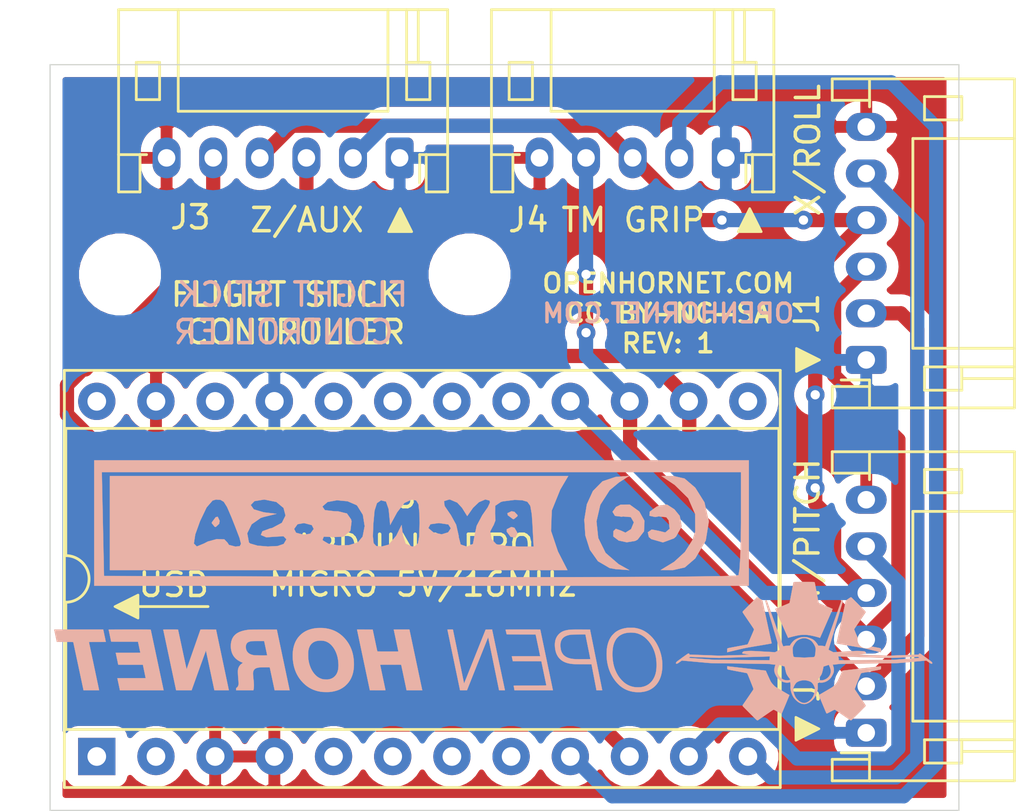
<source format=kicad_pcb>
(kicad_pcb (version 20171130) (host pcbnew "(5.1.9)-1")
  (layers (0 F.Cu signal) (31 B.Cu signal) (34 B.Paste user) (35 F.Paste user) (36 B.SilkS user) (37 F.SilkS user) (38 B.Mask user) (39 F.Mask user) (44 Edge.Cuts user))
  (net 0 "")
  (net 1 GND)
  (net 2 /CSx)
  (net 3 /SCK)
  (net 4 /MOSI)
  (net 5 /MISO)
  (net 6 +5V)
  (net 7 /CSy)
  (net 8 /CSz)
  (net 9 "Net-(U1-Pad24)")
  (net 10 "Net-(U1-Pad22)")
  (net 11 "Net-(U1-Pad20)")
  (net 12 "Net-(U1-Pad13)")
  (net 13 "Net-(U1-Pad8)")
  (net 14 "Net-(U1-Pad7)")
  (net 15 "Net-(U1-Pad6)")
  (net 16 "Net-(U1-Pad5)")
  (net 17 "Net-(U1-Pad2)")
  (net 18 "Net-(U1-Pad1)")
  (net 19 /CSg)
  (net 20 "Net-(U1-Pad19)")
  (net 21 "Net-(U1-Pad18)")
  (net 22 "Net-(U1-Pad17)")
  (module Package_DIP:DIP-24_W15.24mm_Socket (layer F.Cu) (at 111.98 83.018 90)
    (fp_text reference U1 (at 11.176 13.716 180) (layer F.SilkS))
    (fp_text value ProMicro)
    (pad 1 thru_hole rect (at 0 0 90) (size 1.6 1.6) (drill 0.8) (layers *.Cu *.Mask) (net 18 "Net-(U1-Pad1)"))
    (pad 13 thru_hole oval (at 15.24 27.94 90) (size 1.6 1.6) (drill 0.8) (layers *.Cu *.Mask) (net 12 "Net-(U1-Pad13)"))
    (pad 2 thru_hole oval (at 0 2.54 90) (size 1.6 1.6) (drill 0.8) (layers *.Cu *.Mask) (net 17 "Net-(U1-Pad2)"))
    (pad 14 thru_hole oval (at 15.24 25.4 90) (size 1.6 1.6) (drill 0.8) (layers *.Cu *.Mask) (net 4 /MOSI))
    (pad 3 thru_hole oval (at 0 5.08 90) (size 1.6 1.6) (drill 0.8) (layers *.Cu *.Mask) (net 1 GND))
    (pad 15 thru_hole oval (at 15.24 22.86 90) (size 1.6 1.6) (drill 0.8) (layers *.Cu *.Mask) (net 5 /MISO))
    (pad 4 thru_hole oval (at 0 7.62 90) (size 1.6 1.6) (drill 0.8) (layers *.Cu *.Mask) (net 1 GND))
    (pad 16 thru_hole oval (at 15.24 20.32 90) (size 1.6 1.6) (drill 0.8) (layers *.Cu *.Mask) (net 3 /SCK))
    (pad 5 thru_hole oval (at 0 10.16 90) (size 1.6 1.6) (drill 0.8) (layers *.Cu *.Mask) (net 16 "Net-(U1-Pad5)"))
    (pad 17 thru_hole oval (at 15.24 17.78 90) (size 1.6 1.6) (drill 0.8) (layers *.Cu *.Mask) (net 22 "Net-(U1-Pad17)"))
    (pad 6 thru_hole oval (at 0 12.7 90) (size 1.6 1.6) (drill 0.8) (layers *.Cu *.Mask) (net 15 "Net-(U1-Pad6)"))
    (pad 18 thru_hole oval (at 15.24 15.24 90) (size 1.6 1.6) (drill 0.8) (layers *.Cu *.Mask) (net 21 "Net-(U1-Pad18)"))
    (pad 7 thru_hole oval (at 0 15.24 90) (size 1.6 1.6) (drill 0.8) (layers *.Cu *.Mask) (net 14 "Net-(U1-Pad7)"))
    (pad 19 thru_hole oval (at 15.24 12.7 90) (size 1.6 1.6) (drill 0.8) (layers *.Cu *.Mask) (net 20 "Net-(U1-Pad19)"))
    (pad 8 thru_hole oval (at 0 17.78 90) (size 1.6 1.6) (drill 0.8) (layers *.Cu *.Mask) (net 13 "Net-(U1-Pad8)"))
    (pad 20 thru_hole oval (at 15.24 10.16 90) (size 1.6 1.6) (drill 0.8) (layers *.Cu *.Mask) (net 11 "Net-(U1-Pad20)"))
    (pad 9 thru_hole oval (at 0 20.32 90) (size 1.6 1.6) (drill 0.8) (layers *.Cu *.Mask) (net 19 /CSg))
    (pad 21 thru_hole oval (at 15.24 7.62 90) (size 1.6 1.6) (drill 0.8) (layers *.Cu *.Mask) (net 6 +5V))
    (pad 10 thru_hole oval (at 0 22.86 90) (size 1.6 1.6) (drill 0.8) (layers *.Cu *.Mask) (net 8 /CSz))
    (pad 22 thru_hole oval (at 15.24 5.08 90) (size 1.6 1.6) (drill 0.8) (layers *.Cu *.Mask) (net 10 "Net-(U1-Pad22)"))
    (pad 11 thru_hole oval (at 0 25.4 90) (size 1.6 1.6) (drill 0.8) (layers *.Cu *.Mask) (net 7 /CSy))
    (pad 23 thru_hole oval (at 15.24 2.54 90) (size 1.6 1.6) (drill 0.8) (layers *.Cu *.Mask) (net 1 GND))
    (pad 12 thru_hole oval (at 0 27.94 90) (size 1.6 1.6) (drill 0.8) (layers *.Cu *.Mask) (net 2 /CSx))
    (pad 24 thru_hole oval (at 15.24 0 90) (size 1.6 1.6) (drill 0.8) (layers *.Cu *.Mask) (net 9 "Net-(U1-Pad24)"))
  )
  (module "KiCAD Libraries:CC-BY-NC-SA-Small" (layer B.Cu) (at 126 73 180)
    (fp_text reference LOGO2 hide)
    (fp_text value OpenHornetLogoSmall hide)
  )
  (module "KiCAD Libraries:OH_LOGO_37.7mm_5.9mm" (layer B.Cu) (at 129 78.5 180)
    (fp_text reference LOGO1 hide)
    (fp_text value OpenHornetLogoSmall hide)
  )
  (module Connector_JST:JST_PH_S5B-PH-K_1x05_P2.00mm_Horizontal (layer F.Cu) (at 138.976 57.33 180)
    (fp_text reference J4 (at 8.476 -2.67) (layer F.SilkS))
    (fp_text value "TM GRIP" (at 3.976 -2.67) (layer F.SilkS))
    (pad 5 thru_hole oval (at 8 0 180) (size 1.2 1.75) (drill 0.75) (layers *.Cu *.Mask) (net 1 GND))
    (pad 4 thru_hole oval (at 6 0 180) (size 1.2 1.75) (drill 0.75) (layers *.Cu *.Mask) (net 5 /MISO))
    (pad 3 thru_hole oval (at 4 0 180) (size 1.2 1.75) (drill 0.75) (layers *.Cu *.Mask) (net 3 /SCK))
    (pad 2 thru_hole oval (at 2 0 180) (size 1.2 1.75) (drill 0.75) (layers *.Cu *.Mask) (net 19 /CSg))
    (pad 1 thru_hole roundrect (at 0 0 180) (size 1.2 1.75) (drill 0.75) (layers *.Cu *.Mask) (roundrect_rratio 0.2083325) (net 6 +5V))
  )
  (module Connector_JST:JST_PH_S6B-PH-K_1x06_P2.00mm_Horizontal (layer F.Cu) (at 124.976 57.33 180)
    (fp_text reference J3 (at 8.976 -2.55) (layer F.SilkS))
    (fp_text value Z/AUX (at 3.976 -2.67) (layer F.SilkS))
    (pad 6 thru_hole oval (at 10 0 180) (size 1.2 1.75) (drill 0.75) (layers *.Cu *.Mask) (net 1 GND))
    (pad 5 thru_hole oval (at 8 0 180) (size 1.2 1.75) (drill 0.75) (layers *.Cu *.Mask) (net 8 /CSz))
    (pad 4 thru_hole oval (at 6 0 180) (size 1.2 1.75) (drill 0.75) (layers *.Cu *.Mask) (net 3 /SCK))
    (pad 3 thru_hole oval (at 4 0 180) (size 1.2 1.75) (drill 0.75) (layers *.Cu *.Mask) (net 4 /MOSI))
    (pad 2 thru_hole oval (at 2 0 180) (size 1.2 1.75) (drill 0.75) (layers *.Cu *.Mask) (net 5 /MISO))
    (pad 1 thru_hole roundrect (at 0 0 180) (size 1.2 1.75) (drill 0.75) (layers *.Cu *.Mask) (roundrect_rratio 0.2083325) (net 6 +5V))
  )
  (module Connector_JST:JST_PH_S6B-PH-K_1x06_P2.00mm_Horizontal (layer F.Cu) (at 145 82 90)
    (fp_text reference J2 (at 2.17 -2.524 90) (layer F.SilkS))
    (fp_text value Y/PITCH (at 8.67 -2.524 90) (layer F.SilkS))
    (pad 6 thru_hole oval (at 10 0 90) (size 1.2 1.75) (drill 0.75) (layers *.Cu *.Mask) (net 1 GND))
    (pad 5 thru_hole oval (at 8 0 90) (size 1.2 1.75) (drill 0.75) (layers *.Cu *.Mask) (net 7 /CSy))
    (pad 4 thru_hole oval (at 6 0 90) (size 1.2 1.75) (drill 0.75) (layers *.Cu *.Mask) (net 3 /SCK))
    (pad 3 thru_hole oval (at 4 0 90) (size 1.2 1.75) (drill 0.75) (layers *.Cu *.Mask) (net 4 /MOSI))
    (pad 2 thru_hole oval (at 2 0 90) (size 1.2 1.75) (drill 0.75) (layers *.Cu *.Mask) (net 5 /MISO))
    (pad 1 thru_hole roundrect (at 0 0 90) (size 1.2 1.75) (drill 0.75) (layers *.Cu *.Mask) (roundrect_rratio 0.2083325) (net 6 +5V))
  )
  (module Connector_JST:JST_PH_S6B-PH-K_1x06_P2.00mm_Horizontal (layer F.Cu) (at 145 66 90)
    (fp_text reference J1 (at 2 -2.55 90) (layer F.SilkS))
    (fp_text value X/ROLL (at 9 -2.5 90) (layer F.SilkS))
    (pad 6 thru_hole oval (at 10 0 90) (size 1.2 1.75) (drill 0.75) (layers *.Cu *.Mask) (net 1 GND))
    (pad 5 thru_hole oval (at 8 0 90) (size 1.2 1.75) (drill 0.75) (layers *.Cu *.Mask) (net 2 /CSx))
    (pad 4 thru_hole oval (at 6 0 90) (size 1.2 1.75) (drill 0.75) (layers *.Cu *.Mask) (net 3 /SCK))
    (pad 3 thru_hole oval (at 4 0 90) (size 1.2 1.75) (drill 0.75) (layers *.Cu *.Mask) (net 4 /MOSI))
    (pad 2 thru_hole oval (at 2 0 90) (size 1.2 1.75) (drill 0.75) (layers *.Cu *.Mask) (net 5 /MISO))
    (pad 1 thru_hole roundrect (at 0 0 90) (size 1.2 1.75) (drill 0.75) (layers *.Cu *.Mask) (roundrect_rratio 0.2083325) (net 6 +5V))
  )
  (module MountingHole:MountingHole_2.5mm (layer F.Cu) (at 127.976 62.33)
    (fp_text reference H2 hide)
    (fp_text value MountingHole)
    (pad 1 np_thru_hole circle (at 0 0) (size 2.5 2.5) (drill 2.5) (layers *.Cu *.Mask))
  )
  (module MountingHole:MountingHole_2.5mm (layer F.Cu) (at 112.976 62.33)
    (fp_text reference H1 hide)
    (fp_text value MountingHole)
    (pad 1 np_thru_hole circle (at 0 0) (size 2.5 2.5) (drill 2.5) (layers *.Cu *.Mask))
  )
  (gr_text OPENHORNET.COM (at 136.5 64) (layer B.SilkS) (effects (font (size 0.8 0.8)) (justify mirror)))
  (gr_text "FLIGHT STICK \nCONTROLLER" (at 120 64) (layer B.SilkS) (effects (font (size 1 1)) (justify mirror)))
  (gr_text "OPENHORNET.COM\nCC BY-NC-SA\nREV: 1" (at 136.5 64) (layer F.SilkS) (effects (font (size 0.8 0.8))))
  (gr_text "FLIGHT STICK \nCONTROLLER" (at 120.5 64) (layer F.SilkS) (effects (font (size 1 1))))
  (gr_poly (pts (xy 125.5 60.5) (xy 124.5 60.5) (xy 125 59.5)) (layer F.SilkS) (width 0.1))
  (gr_poly (pts (xy 140.5 60.5) (xy 139.5 60.5) (xy 140 59.5)) (layer F.SilkS) (width 0.1))
  (gr_poly (pts (xy 143 66) (xy 142 66.5) (xy 142 65.5)) (layer F.SilkS) (width 0.1))
  (gr_poly (pts (xy 142.976 81.83) (xy 141.976 82.33) (xy 141.976 81.33)) (layer F.SilkS) (width 0.1))
  (gr_text "ARDUINO PRO \nMICRO 5V/16MHz" (at 125.976 74.83) (layer F.SilkS) (effects (font (size 1 1))))
  (gr_poly (pts (xy 113.754 77.084) (xy 112.754 76.584) (xy 113.754 76.084)) (layer F.SilkS) (width 0.1))
  (gr_line (start 113.754 76.584) (end 116.754 76.584) (layer F.SilkS) (width 0.12))
  (gr_text USB (at 115.282 75.652) (layer F.SilkS) (effects (font (size 1 1))))
  (gr_line (start 109.976 85.33) (end 109.976 53.33) (layer Edge.Cuts) (width 0.05))
  (gr_line (start 148.976 85.33) (end 109.976 85.33) (layer Edge.Cuts) (width 0.05))
  (gr_line (start 148.976 53.33) (end 148.976 85.33) (layer Edge.Cuts) (width 0.05))
  (gr_line (start 109.976 53.33) (end 148.976 53.33) (layer Edge.Cuts) (width 0.05))
  (segment (start 146.273005 83.914421) (end 140.910421 83.914421) (width 0.6096) (layer B.Cu) (net 2))
  (segment (start 147.189421 82.998005) (end 146.273005 83.914421) (width 0.6096) (layer B.Cu) (net 2))
  (segment (start 147.189421 60.189421) (end 147.189421 82.998005) (width 0.6096) (layer B.Cu) (net 2))
  (segment (start 140.910421 83.914421) (end 139.946 82.95) (width 0.6096) (layer B.Cu) (net 2))
  (segment (start 145 58) (end 147.189421 60.189421) (width 0.6096) (layer B.Cu) (net 2))
  (segment (start 143.62019 74.62019) (end 145 76) (width 0.6096) (layer F.Cu) (net 3))
  (segment (start 137.646 60) (end 138.806 60) (width 0.6096) (layer F.Cu) (net 3))
  (segment (start 134.976 57.33) (end 137.646 60) (width 0.6096) (layer F.Cu) (net 3))
  (segment (start 140.616 76) (end 145 76) (width 0.6096) (layer B.Cu) (net 3))
  (segment (start 132.326 67.71) (end 140.616 76) (width 0.6096) (layer B.Cu) (net 3))
  (segment (start 133.59619 55.95019) (end 134.976 57.33) (width 0.6096) (layer F.Cu) (net 3))
  (segment (start 120.35581 55.95019) (end 133.59619 55.95019) (width 0.6096) (layer F.Cu) (net 3))
  (segment (start 118.976 57.33) (end 120.35581 55.95019) (width 0.6096) (layer F.Cu) (net 3))
  (segment (start 138.806 60) (end 142.306 60) (width 0.6096) (layer B.Cu) (net 3))
  (via (at 138.806 60) (size 0.8) (drill 0.4) (layers F.Cu B.Cu) (net 3))
  (segment (start 142.306 60) (end 145 60) (width 0.6096) (layer F.Cu) (net 3))
  (via (at 142.306 60) (size 0.8) (drill 0.4) (layers F.Cu B.Cu) (net 3))
  (segment (start 142.810579 62.189421) (end 145 60) (width 0.6096) (layer F.Cu) (net 3))
  (segment (start 142.810579 72.164579) (end 142.810579 71.495421) (width 0.6096) (layer F.Cu) (net 3))
  (segment (start 143.62019 72.97419) (end 142.810579 72.164579) (width 0.6096) (layer F.Cu) (net 3))
  (segment (start 143.62019 74.62019) (end 143.62019 72.97419) (width 0.6096) (layer F.Cu) (net 3))
  (segment (start 142.810579 67.495421) (end 142.810579 62.189421) (width 0.6096) (layer F.Cu) (net 3))
  (via (at 142.810579 67.495421) (size 0.8) (drill 0.4) (layers F.Cu B.Cu) (net 3))
  (segment (start 142.810579 71.495421) (end 142.810579 67.495421) (width 0.6096) (layer B.Cu) (net 3))
  (via (at 142.810579 71.495421) (size 0.8) (drill 0.4) (layers F.Cu B.Cu) (net 3))
  (segment (start 137.406 70.243437) (end 145 77.837437) (width 0.6096) (layer F.Cu) (net 4))
  (segment (start 137.406 67.71) (end 137.406 70.243437) (width 0.6096) (layer F.Cu) (net 4))
  (segment (start 143.62019 63.37981) (end 145 62) (width 0.6096) (layer F.Cu) (net 4))
  (segment (start 143.62019 66.662654) (end 143.62019 63.37981) (width 0.6096) (layer F.Cu) (net 4))
  (segment (start 146.37981 69.422274) (end 143.62019 66.662654) (width 0.6096) (layer F.Cu) (net 4))
  (segment (start 145 77.837437) (end 146.37981 76.457627) (width 0.6096) (layer F.Cu) (net 4))
  (segment (start 146.37981 76.457627) (end 146.37981 69.422274) (width 0.6096) (layer F.Cu) (net 4))
  (segment (start 145 78) (end 145 77.837437) (width 0.6096) (layer F.Cu) (net 4))
  (segment (start 120.976 57.33) (end 120.976 62.33) (width 0.6096) (layer F.Cu) (net 4))
  (segment (start 120.976 62.33) (end 124.476 65.83) (width 0.6096) (layer F.Cu) (net 4))
  (segment (start 135.526 65.83) (end 137.406 67.71) (width 0.6096) (layer F.Cu) (net 4))
  (segment (start 124.476 65.83) (end 135.526 65.83) (width 0.6096) (layer F.Cu) (net 4))
  (segment (start 134.866 69.866) (end 145 80) (width 0.6096) (layer F.Cu) (net 5))
  (segment (start 134.866 67.71) (end 134.866 69.866) (width 0.6096) (layer F.Cu) (net 5))
  (segment (start 145 80) (end 147.189421 77.810579) (width 0.6096) (layer F.Cu) (net 5))
  (segment (start 146.4846 64) (end 145 64) (width 0.6096) (layer F.Cu) (net 5))
  (segment (start 147.189421 77.810579) (end 147.189421 64.704821) (width 0.6096) (layer F.Cu) (net 5))
  (segment (start 147.189421 64.704821) (end 146.4846 64) (width 0.6096) (layer F.Cu) (net 5))
  (segment (start 132.976 65.82) (end 134.866 67.71) (width 0.6096) (layer B.Cu) (net 5))
  (segment (start 132.976 57.33) (end 132.976 62.33) (width 0.6096) (layer B.Cu) (net 5))
  (segment (start 131.59619 55.95019) (end 132.976 57.33) (width 0.6096) (layer B.Cu) (net 5))
  (segment (start 124.313346 55.95019) (end 131.59619 55.95019) (width 0.6096) (layer B.Cu) (net 5))
  (segment (start 122.976 57.287536) (end 124.313346 55.95019) (width 0.6096) (layer B.Cu) (net 5))
  (segment (start 122.976 57.33) (end 122.976 57.287536) (width 0.6096) (layer B.Cu) (net 5))
  (segment (start 132.976 64.83) (end 132.976 65.82) (width 0.6096) (layer B.Cu) (net 5))
  (via (at 132.976 64.83) (size 0.8) (drill 0.4) (layers F.Cu B.Cu) (net 5))
  (segment (start 132.976 62.33) (end 132.976 64.83) (width 0.6096) (layer F.Cu) (net 5))
  (via (at 132.976 62.33) (size 0.8) (drill 0.4) (layers F.Cu B.Cu) (net 5))
  (segment (start 138.710801 81.645199) (end 137.406 82.95) (width 0.6096) (layer B.Cu) (net 7))
  (segment (start 142.031916 83.10481) (end 140.572305 81.645199) (width 0.6096) (layer B.Cu) (net 7))
  (segment (start 146.37981 82.662654) (end 145.937654 83.10481) (width 0.6096) (layer B.Cu) (net 7))
  (segment (start 146.37981 75.542373) (end 146.37981 82.662654) (width 0.6096) (layer B.Cu) (net 7))
  (segment (start 145.937654 83.10481) (end 142.031916 83.10481) (width 0.6096) (layer B.Cu) (net 7))
  (segment (start 145 74.162563) (end 146.37981 75.542373) (width 0.6096) (layer B.Cu) (net 7))
  (segment (start 145 74) (end 145 74.162563) (width 0.6096) (layer B.Cu) (net 7))
  (segment (start 140.572305 81.645199) (end 138.710801 81.645199) (width 0.6096) (layer B.Cu) (net 7))
  (segment (start 133.561199 81.645199) (end 134.866 82.95) (width 0.6096) (layer F.Cu) (net 8))
  (segment (start 110.701199 68.336305) (end 124.010093 81.645199) (width 0.6096) (layer F.Cu) (net 8))
  (segment (start 111.379695 66.405199) (end 110.701199 67.083695) (width 0.6096) (layer F.Cu) (net 8))
  (segment (start 124.010093 81.645199) (end 133.561199 81.645199) (width 0.6096) (layer F.Cu) (net 8))
  (segment (start 111.497907 66.405199) (end 111.379695 66.405199) (width 0.6096) (layer F.Cu) (net 8))
  (segment (start 110.701199 67.083695) (end 110.701199 68.336305) (width 0.6096) (layer F.Cu) (net 8))
  (segment (start 116.976 60.927106) (end 111.497907 66.405199) (width 0.6096) (layer F.Cu) (net 8))
  (segment (start 116.976 57.33) (end 116.976 60.927106) (width 0.6096) (layer F.Cu) (net 8))
  (segment (start 136.976 57.33) (end 136.976 57.249) (width 0.6096) (layer F.Cu) (net 19))
  (segment (start 134.100032 84.724032) (end 132.326 82.95) (width 0.6096) (layer B.Cu) (net 19))
  (segment (start 146.608356 84.724032) (end 134.100032 84.724032) (width 0.6096) (layer B.Cu) (net 19))
  (segment (start 146.067978 54.085579) (end 147.999032 56.016633) (width 0.6096) (layer B.Cu) (net 19))
  (segment (start 147.999032 56.016633) (end 147.999032 83.333356) (width 0.6096) (layer B.Cu) (net 19))
  (segment (start 138.735821 54.085579) (end 146.067978 54.085579) (width 0.6096) (layer B.Cu) (net 19))
  (segment (start 136.976 55.8454) (end 138.735821 54.085579) (width 0.6096) (layer B.Cu) (net 19))
  (segment (start 136.976 57.33) (end 136.976 55.8454) (width 0.6096) (layer B.Cu) (net 19))
  (segment (start 147.999032 83.333356) (end 146.608356 84.724032) (width 0.6096) (layer B.Cu) (net 19))
  (zone (net 1) (net_name GND) (layer F.Cu) (connect_pads (clearance 0.508)) (min_thickness 0.254) (fill yes (arc_segments 32) (thermal_gap 0.508) (thermal_bridge_width 0.508))
    (polygon (pts (xy 148.976 85.33) (xy 109.976 85.33) (xy 109.976 53.33) (xy 148.976 53.33)))
  )
  (zone (net 6) (net_name +5V) (layer B.Cu) (connect_pads (clearance 0.508)) (min_thickness 0.254) (fill yes (arc_segments 32) (thermal_gap 0.508) (thermal_bridge_width 0.508))
    (polygon (pts (xy 148.976 85.33) (xy 109.476 85.33) (xy 109.476 53.33) (xy 148.976 53.33)))
  )
)
</source>
